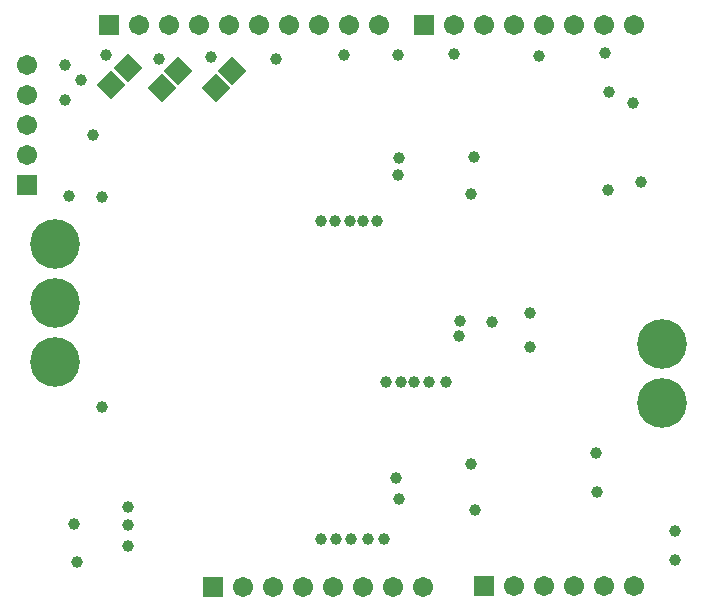
<source format=gbs>
G04*
G04 #@! TF.GenerationSoftware,Altium Limited,Altium Designer,18.0.7 (293)*
G04*
G04 Layer_Color=16711935*
%FSLAX25Y25*%
%MOIN*%
G70*
G01*
G75*
%ADD30C,0.06706*%
%ADD31R,0.06706X0.06706*%
%ADD32C,0.16548*%
%ADD33R,0.06706X0.06706*%
%ADD34C,0.03950*%
%ADD43P,0.09617X4X90.0*%
D30*
X43800Y183600D02*
D03*
Y173600D02*
D03*
Y163600D02*
D03*
Y153600D02*
D03*
X115984Y9500D02*
D03*
X125984D02*
D03*
X135984D02*
D03*
X145984D02*
D03*
X155984D02*
D03*
X165984D02*
D03*
X175984D02*
D03*
X206063Y10000D02*
D03*
X216063D02*
D03*
X226063D02*
D03*
X236063D02*
D03*
X246063D02*
D03*
X91063Y197047D02*
D03*
X161063D02*
D03*
X151063D02*
D03*
X141063D02*
D03*
X131063D02*
D03*
X121063D02*
D03*
X111063D02*
D03*
X101063D02*
D03*
X81063D02*
D03*
X186063D02*
D03*
X196063D02*
D03*
X206063D02*
D03*
X216063D02*
D03*
X226063D02*
D03*
X236063D02*
D03*
X246063D02*
D03*
D31*
X43800Y143600D02*
D03*
D32*
X255500Y90685D02*
D03*
Y71000D02*
D03*
X53150Y124016D02*
D03*
Y104331D02*
D03*
Y84646D02*
D03*
D33*
X105984Y9500D02*
D03*
X196063Y10000D02*
D03*
X71063Y197047D02*
D03*
X176063D02*
D03*
D34*
X259842Y18500D02*
D03*
Y28400D02*
D03*
X233600Y54300D02*
D03*
X233800Y41300D02*
D03*
X193200Y35200D02*
D03*
X191900Y50600D02*
D03*
X126900Y185500D02*
D03*
X88000Y185700D02*
D03*
X70300Y187000D02*
D03*
X105100Y186200D02*
D03*
X57900Y139900D02*
D03*
X56400Y171900D02*
D03*
Y183600D02*
D03*
X66000Y160300D02*
D03*
X186300Y187400D02*
D03*
X77500Y23300D02*
D03*
Y30300D02*
D03*
Y36300D02*
D03*
X59500Y30600D02*
D03*
X62000Y178600D02*
D03*
X68900Y69500D02*
D03*
X68750Y139700D02*
D03*
X167500Y147000D02*
D03*
X168000Y152500D02*
D03*
X188000Y93350D02*
D03*
X167000Y46000D02*
D03*
X60600Y18000D02*
D03*
X211500Y89500D02*
D03*
Y101000D02*
D03*
X192000Y140500D02*
D03*
X193000Y153000D02*
D03*
X168000Y39000D02*
D03*
X236500Y187500D02*
D03*
X183500Y78000D02*
D03*
X168500D02*
D03*
X173000D02*
D03*
X246000Y171000D02*
D03*
X248500Y144500D02*
D03*
X237500Y142000D02*
D03*
X238000Y174500D02*
D03*
X163000Y25500D02*
D03*
X157500Y25591D02*
D03*
X152000D02*
D03*
X147000Y25500D02*
D03*
X142000Y25591D02*
D03*
X160500Y131500D02*
D03*
X156000D02*
D03*
X151500D02*
D03*
X146500D02*
D03*
X142000D02*
D03*
X178000Y78000D02*
D03*
X163500D02*
D03*
X167500Y187000D02*
D03*
X214500Y186500D02*
D03*
X149500Y187000D02*
D03*
X188075Y98425D02*
D03*
X199000Y98000D02*
D03*
D43*
X77368Y182468D02*
D03*
X71800Y176900D02*
D03*
X112300Y181500D02*
D03*
X106732Y175932D02*
D03*
X94300Y181600D02*
D03*
X88732Y176032D02*
D03*
M02*

</source>
